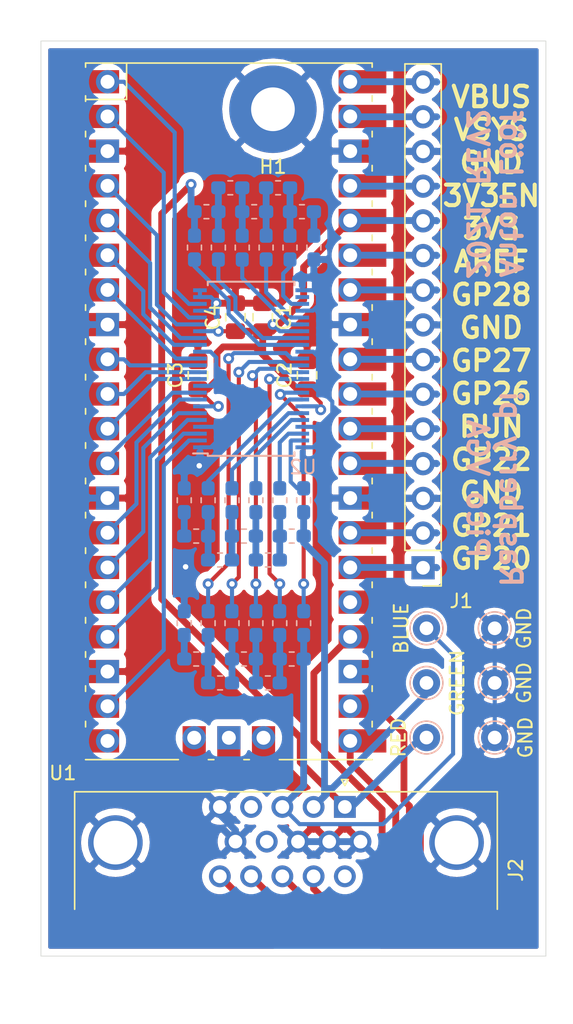
<source format=kicad_pcb>
(kicad_pcb (version 20171130) (host pcbnew "(5.1.5)-3")
  (layers (0 F.Cu signal) (31 B.Cu signal) (34 B.Paste user) (35 F.Paste user) (36 B.SilkS user) (37 F.SilkS user) (38 B.Mask user) (39 F.Mask user) (44 Edge.Cuts user))
  (net 0 "")
  (net 1 "Net-(J1-Pad2)")
  (net 2 GND)
  (net 3 "Net-(J1-Pad4)")
  (net 4 "Net-(J1-Pad6)")
  (net 5 "Net-(J1-Pad7)")
  (net 6 "Net-(J1-Pad9)")
  (net 7 "Net-(J1-Pad10)")
  (net 8 "Net-(J1-Pad12)")
  (net 9 "Net-(J1-Pad14)")
  (net 10 "Net-(J1-Pad15)")
  (net 11 /red)
  (net 12 /green)
  (net 13 /blue)
  (net 14 /vga_data)
  (net 15 /hsync)
  (net 16 /vsync)
  (net 17 /vga_clk)
  (net 18 "Net-(R1-Pad1)")
  (net 19 /gpio0)
  (net 20 "Net-(R2-Pad1)")
  (net 21 /gpio1)
  (net 22 "Net-(R3-Pad1)")
  (net 23 /gpio2)
  (net 24 "Net-(R10-Pad2)")
  (net 25 /gpio3)
  (net 26 "Net-(R10-Pad1)")
  (net 27 /gpio4)
  (net 28 "Net-(R12-Pad1)")
  (net 29 "Net-(R13-Pad1)")
  (net 30 /gpio5)
  (net 31 /gpio6)
  (net 32 "Net-(R14-Pad1)")
  (net 33 /gpio7)
  (net 34 "Net-(R15-Pad1)")
  (net 35 /gpio8)
  (net 36 "Net-(R16-Pad1)")
  (net 37 /gpio9)
  (net 38 "Net-(R23-Pad1)")
  (net 39 "Net-(R24-Pad1)")
  (net 40 /gpio10)
  (net 41 "Net-(R25-Pad1)")
  (net 42 /gpio11)
  (net 43 "Net-(R26-Pad1)")
  (net 44 /gpio12)
  (net 45 "Net-(R27-Pad1)")
  (net 46 /gpio13)
  (net 47 /gpio14)
  (net 48 "Net-(U1-Pad20)")
  (net 49 "Net-(U1-Pad41)")
  (net 50 "Net-(U1-Pad42)")
  (net 51 "Net-(U1-Pad43)")
  (net 52 "Net-(J1-Pad1)")
  (net 53 +3V3)
  (net 54 /g0)
  (net 55 /g1)
  (net 56 /g2)
  (net 57 /g3)
  (net 58 /g4)
  (net 59 /r0)
  (net 60 /r1)
  (net 61 /r2)
  (net 62 /r3)
  (net 63 /r4)
  (net 64 /b0)
  (net 65 /b1)
  (net 66 /b2)
  (net 67 /b3)
  (net 68 /b4)
  (net 69 "Net-(J1-Pad5)")
  (module random_stuff:DSUB-15-HDEX15SNT (layer F.Cu) (at 143.27 120.64)
    (fp_text reference J2 (at 12.53 4.06 90) (layer F.SilkS))
    (fp_text value DB15_Male_HighDensity_MountingHoles)
    (pad 1 thru_hole rect (at 0 -0.56) (size 1.6 1.6) (drill 1) (layers *.Cu *.Mask) (net 11 /red))
    (pad 2 thru_hole circle (at -2.29 -0.56) (size 1.6 1.6) (drill 1) (layers *.Cu *.Mask) (net 12 /green))
    (pad 3 thru_hole circle (at -4.58 -0.56) (size 1.6 1.6) (drill 1) (layers *.Cu *.Mask) (net 13 /blue))
    (pad 4 thru_hole circle (at -6.87 -0.56) (size 1.6 1.6) (drill 1) (layers *.Cu *.Mask))
    (pad 5 thru_hole circle (at -9.16 -0.56) (size 1.6 1.6) (drill 1) (layers *.Cu *.Mask) (net 2 GND))
    (pad 6 thru_hole circle (at 1.145 1.98) (size 1.6 1.6) (drill 1) (layers *.Cu *.Mask) (net 2 GND))
    (pad 7 thru_hole circle (at -1.145 1.98) (size 1.6 1.6) (drill 1) (layers *.Cu *.Mask) (net 2 GND))
    (pad 8 thru_hole circle (at -3.435 1.98) (size 1.6 1.6) (drill 1) (layers *.Cu *.Mask) (net 2 GND))
    (pad 9 thru_hole circle (at -5.725 1.98) (size 1.6 1.6) (drill 1) (layers *.Cu *.Mask))
    (pad 10 thru_hole circle (at -8.015 1.98) (size 1.6 1.6) (drill 1) (layers *.Cu *.Mask) (net 2 GND))
    (pad 11 thru_hole circle (at 0 4.52) (size 1.6 1.6) (drill 1) (layers *.Cu *.Mask))
    (pad 12 thru_hole circle (at -2.29 4.52) (size 1.6 1.6) (drill 1) (layers *.Cu *.Mask) (net 14 /vga_data))
    (pad 13 thru_hole circle (at -4.58 4.52) (size 1.6 1.6) (drill 1) (layers *.Cu *.Mask) (net 15 /hsync))
    (pad 14 thru_hole circle (at -6.87 4.52) (size 1.6 1.6) (drill 1) (layers *.Cu *.Mask) (net 16 /vsync))
    (pad 15 thru_hole circle (at -9.16 4.52) (size 1.6 1.6) (drill 1) (layers *.Cu *.Mask) (net 17 /vga_clk))
    (pad 0 thru_hole circle (at -16.815 2.05) (size 4 4) (drill 3.2) (layers *.Cu *.Mask) (net 2 GND))
    (pad 0 thru_hole circle (at 8.185 2.05) (size 4 4) (drill 3.2) (layers *.Cu *.Mask) (net 2 GND))
  )
  (module MCU_RaspberryPi_and_Boards:RPi_Pico_SMD_TH (layer F.Cu) (at 134.76952 91.1164)
    (fp_text reference U1 (at -12.16952 26.4836) (layer F.SilkS))
    (fp_text value Pico)
    (pad 1 thru_hole oval (at -8.89 -24.13) (size 1.7 1.7) (drill 1.02) (layers *.Cu *.Mask) (net 19 /gpio0))
    (pad 2 thru_hole oval (at -8.89 -21.59) (size 1.7 1.7) (drill 1.02) (layers *.Cu *.Mask) (net 21 /gpio1))
    (pad 3 thru_hole rect (at -8.89 -19.05) (size 1.7 1.7) (drill 1.02) (layers *.Cu *.Mask) (net 2 GND))
    (pad 4 thru_hole oval (at -8.89 -16.51) (size 1.7 1.7) (drill 1.02) (layers *.Cu *.Mask) (net 23 /gpio2))
    (pad 5 thru_hole oval (at -8.89 -13.97) (size 1.7 1.7) (drill 1.02) (layers *.Cu *.Mask) (net 25 /gpio3))
    (pad 6 thru_hole oval (at -8.89 -11.43) (size 1.7 1.7) (drill 1.02) (layers *.Cu *.Mask) (net 27 /gpio4))
    (pad 7 thru_hole oval (at -8.89 -8.89) (size 1.7 1.7) (drill 1.02) (layers *.Cu *.Mask) (net 30 /gpio5))
    (pad 8 thru_hole rect (at -8.89 -6.35) (size 1.7 1.7) (drill 1.02) (layers *.Cu *.Mask) (net 2 GND))
    (pad 9 thru_hole oval (at -8.89 -3.81) (size 1.7 1.7) (drill 1.02) (layers *.Cu *.Mask) (net 31 /gpio6))
    (pad 10 thru_hole oval (at -8.89 -1.27) (size 1.7 1.7) (drill 1.02) (layers *.Cu *.Mask) (net 33 /gpio7))
    (pad 11 thru_hole oval (at -8.89 1.27) (size 1.7 1.7) (drill 1.02) (layers *.Cu *.Mask) (net 35 /gpio8))
    (pad 12 thru_hole oval (at -8.89 3.81) (size 1.7 1.7) (drill 1.02) (layers *.Cu *.Mask) (net 37 /gpio9))
    (pad 13 thru_hole rect (at -8.89 6.35) (size 1.7 1.7) (drill 1.02) (layers *.Cu *.Mask) (net 2 GND))
    (pad 14 thru_hole oval (at -8.89 8.89) (size 1.7 1.7) (drill 1.02) (layers *.Cu *.Mask) (net 40 /gpio10))
    (pad 15 thru_hole oval (at -8.89 11.43) (size 1.7 1.7) (drill 1.02) (layers *.Cu *.Mask) (net 42 /gpio11))
    (pad 16 thru_hole oval (at -8.89 13.97) (size 1.7 1.7) (drill 1.02) (layers *.Cu *.Mask) (net 44 /gpio12))
    (pad 17 thru_hole oval (at -8.89 16.51) (size 1.7 1.7) (drill 1.02) (layers *.Cu *.Mask) (net 46 /gpio13))
    (pad 18 thru_hole rect (at -8.89 19.05) (size 1.7 1.7) (drill 1.02) (layers *.Cu *.Mask) (net 2 GND))
    (pad 19 thru_hole oval (at -8.89 21.59) (size 1.7 1.7) (drill 1.02) (layers *.Cu *.Mask) (net 47 /gpio14))
    (pad 20 thru_hole oval (at -8.89 24.13) (size 1.7 1.7) (drill 1.02) (layers *.Cu *.Mask) (net 48 "Net-(U1-Pad20)"))
    (pad 21 thru_hole oval (at 8.89 24.13) (size 1.7 1.7) (drill 1.02) (layers *.Cu *.Mask) (net 15 /hsync))
    (pad 22 thru_hole oval (at 8.89 21.59) (size 1.7 1.7) (drill 1.02) (layers *.Cu *.Mask) (net 16 /vsync))
    (pad 23 thru_hole rect (at 8.89 19.05) (size 1.7 1.7) (drill 1.02) (layers *.Cu *.Mask) (net 2 GND))
    (pad 24 thru_hole oval (at 8.89 16.51) (size 1.7 1.7) (drill 1.02) (layers *.Cu *.Mask) (net 14 /vga_data))
    (pad 25 thru_hole oval (at 8.89 13.97) (size 1.7 1.7) (drill 1.02) (layers *.Cu *.Mask) (net 17 /vga_clk))
    (pad 26 thru_hole oval (at 8.89 11.43) (size 1.7 1.7) (drill 1.02) (layers *.Cu *.Mask) (net 52 "Net-(J1-Pad1)"))
    (pad 27 thru_hole oval (at 8.89 8.89) (size 1.7 1.7) (drill 1.02) (layers *.Cu *.Mask) (net 1 "Net-(J1-Pad2)"))
    (pad 28 thru_hole rect (at 8.89 6.35) (size 1.7 1.7) (drill 1.02) (layers *.Cu *.Mask) (net 2 GND))
    (pad 29 thru_hole oval (at 8.89 3.81) (size 1.7 1.7) (drill 1.02) (layers *.Cu *.Mask) (net 3 "Net-(J1-Pad4)"))
    (pad 30 thru_hole oval (at 8.89 1.27) (size 1.7 1.7) (drill 1.02) (layers *.Cu *.Mask) (net 69 "Net-(J1-Pad5)"))
    (pad 31 thru_hole oval (at 8.89 -1.27) (size 1.7 1.7) (drill 1.02) (layers *.Cu *.Mask) (net 4 "Net-(J1-Pad6)"))
    (pad 32 thru_hole oval (at 8.89 -3.81) (size 1.7 1.7) (drill 1.02) (layers *.Cu *.Mask) (net 5 "Net-(J1-Pad7)"))
    (pad 33 thru_hole rect (at 8.89 -6.35) (size 1.7 1.7) (drill 1.02) (layers *.Cu *.Mask) (net 2 GND))
    (pad 34 thru_hole oval (at 8.89 -8.89) (size 1.7 1.7) (drill 1.02) (layers *.Cu *.Mask) (net 6 "Net-(J1-Pad9)"))
    (pad 35 thru_hole oval (at 8.89 -11.43) (size 1.7 1.7) (drill 1.02) (layers *.Cu *.Mask) (net 7 "Net-(J1-Pad10)"))
    (pad 36 thru_hole oval (at 8.89 -13.97) (size 1.7 1.7) (drill 1.02) (layers *.Cu *.Mask) (net 53 +3V3))
    (pad 37 thru_hole oval (at 8.89 -16.51) (size 1.7 1.7) (drill 1.02) (layers *.Cu *.Mask) (net 8 "Net-(J1-Pad12)"))
    (pad 38 thru_hole rect (at 8.89 -19.05) (size 1.7 1.7) (drill 1.02) (layers *.Cu *.Mask) (net 2 GND))
    (pad 39 thru_hole oval (at 8.89 -21.59) (size 1.7 1.7) (drill 1.02) (layers *.Cu *.Mask) (net 9 "Net-(J1-Pad14)"))
    (pad 40 thru_hole oval (at 8.89 -24.13) (size 1.7 1.7) (drill 1.02) (layers *.Cu *.Mask) (net 10 "Net-(J1-Pad15)"))
    (pad 1 smd rect (at -8.89 -24.13) (size 3.5 1.7) (drill (offset -0.9 0)) (layers F.Cu F.Mask) (net 19 /gpio0))
    (pad 2 smd rect (at -8.89 -21.59) (size 3.5 1.7) (drill (offset -0.9 0)) (layers F.Cu F.Mask) (net 21 /gpio1))
    (pad 3 smd rect (at -8.89 -19.05) (size 3.5 1.7) (drill (offset -0.9 0)) (layers F.Cu F.Mask) (net 2 GND))
    (pad 4 smd rect (at -8.89 -16.51) (size 3.5 1.7) (drill (offset -0.9 0)) (layers F.Cu F.Mask) (net 23 /gpio2))
    (pad 5 smd rect (at -8.89 -13.97) (size 3.5 1.7) (drill (offset -0.9 0)) (layers F.Cu F.Mask) (net 25 /gpio3))
    (pad 6 smd rect (at -8.89 -11.43) (size 3.5 1.7) (drill (offset -0.9 0)) (layers F.Cu F.Mask) (net 27 /gpio4))
    (pad 7 smd rect (at -8.89 -8.89) (size 3.5 1.7) (drill (offset -0.9 0)) (layers F.Cu F.Mask) (net 30 /gpio5))
    (pad 8 smd rect (at -8.89 -6.35) (size 3.5 1.7) (drill (offset -0.9 0)) (layers F.Cu F.Mask) (net 2 GND))
    (pad 9 smd rect (at -8.89 -3.81) (size 3.5 1.7) (drill (offset -0.9 0)) (layers F.Cu F.Mask) (net 31 /gpio6))
    (pad 10 smd rect (at -8.89 -1.27) (size 3.5 1.7) (drill (offset -0.9 0)) (layers F.Cu F.Mask) (net 33 /gpio7))
    (pad 11 smd rect (at -8.89 1.27) (size 3.5 1.7) (drill (offset -0.9 0)) (layers F.Cu F.Mask) (net 35 /gpio8))
    (pad 12 smd rect (at -8.89 3.81) (size 3.5 1.7) (drill (offset -0.9 0)) (layers F.Cu F.Mask) (net 37 /gpio9))
    (pad 13 smd rect (at -8.89 6.35) (size 3.5 1.7) (drill (offset -0.9 0)) (layers F.Cu F.Mask) (net 2 GND))
    (pad 14 smd rect (at -8.89 8.89) (size 3.5 1.7) (drill (offset -0.9 0)) (layers F.Cu F.Mask) (net 40 /gpio10))
    (pad 15 smd rect (at -8.89 11.43) (size 3.5 1.7) (drill (offset -0.9 0)) (layers F.Cu F.Mask) (net 42 /gpio11))
    (pad 16 smd rect (at -8.89 13.97) (size 3.5 1.7) (drill (offset -0.9 0)) (layers F.Cu F.Mask) (net 44 /gpio12))
    (pad 17 smd rect (at -8.89 16.51) (size 3.5 1.7) (drill (offset -0.9 0)) (layers F.Cu F.Mask) (net 46 /gpio13))
    (pad 18 smd rect (at -8.89 19.05) (size 3.5 1.7) (drill (offset -0.9 0)) (layers F.Cu F.Mask) (net 2 GND))
    (pad 19 smd rect (at -8.89 21.59) (size 3.5 1.7) (drill (offset -0.9 0)) (layers F.Cu F.Mask) (net 47 /gpio14))
    (pad 20 smd rect (at -8.89 24.13) (size 3.5 1.7) (drill (offset -0.9 0)) (layers F.Cu F.Mask) (net 48 "Net-(U1-Pad20)"))
    (pad 40 smd rect (at 8.89 -24.13) (size 3.5 1.7) (drill (offset 0.9 0)) (layers F.Cu F.Mask) (net 10 "Net-(J1-Pad15)"))
    (pad 39 smd rect (at 8.89 -21.59) (size 3.5 1.7) (drill (offset 0.9 0)) (layers F.Cu F.Mask) (net 9 "Net-(J1-Pad14)"))
    (pad 38 smd rect (at 8.89 -19.05) (size 3.5 1.7) (drill (offset 0.9 0)) (layers F.Cu F.Mask) (net 2 GND))
    (pad 37 smd rect (at 8.89 -16.51) (size 3.5 1.7) (drill (offset 0.9 0)) (layers F.Cu F.Mask) (net 8 "Net-(J1-Pad12)"))
    (pad 36 smd rect (at 8.89 -13.97) (size 3.5 1.7) (drill (offset 0.9 0)) (layers F.Cu F.Mask) (net 53 +3V3))
    (pad 35 smd rect (at 8.89 -11.43) (size 3.5 1.7) (drill (offset 0.9 0)) (layers F.Cu F.Mask) (net 7 "Net-(J1-Pad10)"))
    (pad 34 smd rect (at 8.89 -8.89) (size 3.5 1.7) (drill (offset 0.9 0)) (layers F.Cu F.Mask) (net 6 "Net-(J1-Pad9)"))
    (pad 33 smd rect (at 8.89 -6.35) (size 3.5 1.7) (drill (offset 0.9 0)) (layers F.Cu F.Mask) (net 2 GND))
    (pad 32 smd rect (at 8.89 -3.81) (size 3.5 1.7) (drill (offset 0.9 0)) (layers F.Cu F.Mask) (net 5 "Net-(J1-Pad7)"))
    (pad 31 smd rect (at 8.89 -1.27) (size 3.5 1.7) (drill (offset 0.9 0)) (layers F.Cu F.Mask) (net 4 "Net-(J1-Pad6)"))
    (pad 30 smd rect (at 8.89 1.27) (size 3.5 1.7) (drill (offset 0.9 0)) (layers F.Cu F.Mask) (net 69 "Net-(J1-Pad5)"))
    (pad 29 smd rect (at 8.89 3.81) (size 3.5 1.7) (drill (offset 0.9 0)) (layers F.Cu F.Mask) (net 3 "Net-(J1-Pad4)"))
    (pad 28 smd rect (at 8.89 6.35) (size 3.5 1.7) (drill (offset 0.9 0)) (layers F.Cu F.Mask) (net 2 GND))
    (pad 27 smd rect (at 8.89 8.89) (size 3.5 1.7) (drill (offset 0.9 0)) (layers F.Cu F.Mask) (net 1 "Net-(J1-Pad2)"))
    (pad 26 smd rect (at 8.89 11.43) (size 3.5 1.7) (drill (offset 0.9 0)) (layers F.Cu F.Mask) (net 52 "Net-(J1-Pad1)"))
    (pad 25 smd rect (at 8.89 13.97) (size 3.5 1.7) (drill (offset 0.9 0)) (layers F.Cu F.Mask) (net 17 /vga_clk))
    (pad 24 smd rect (at 8.89 16.51) (size 3.5 1.7) (drill (offset 0.9 0)) (layers F.Cu F.Mask) (net 14 /vga_data))
    (pad 23 smd rect (at 8.89 19.05) (size 3.5 1.7) (drill (offset 0.9 0)) (layers F.Cu F.Mask) (net 2 GND))
    (pad 22 smd rect (at 8.89 21.59) (size 3.5 1.7) (drill (offset 0.9 0)) (layers F.Cu F.Mask) (net 16 /vsync))
    (pad 21 smd rect (at 8.89 24.13) (size 3.5 1.7) (drill (offset 0.9 0)) (layers F.Cu F.Mask) (net 15 /hsync))
    (pad 41 smd rect (at -2.54 23.9 90) (size 3.5 1.7) (drill (offset -0.9 0)) (layers F.Cu F.Mask) (net 49 "Net-(U1-Pad41)"))
    (pad 41 thru_hole oval (at -2.54 23.9) (size 1.7 1.7) (drill 1.02) (layers *.Cu *.Mask) (net 49 "Net-(U1-Pad41)"))
    (pad 42 smd rect (at 0 23.9 90) (size 3.5 1.7) (drill (offset -0.9 0)) (layers F.Cu F.Mask) (net 50 "Net-(U1-Pad42)"))
    (pad 42 thru_hole rect (at 0 23.9) (size 1.7 1.7) (drill 1.02) (layers *.Cu *.Mask) (net 50 "Net-(U1-Pad42)"))
    (pad 43 smd rect (at 2.54 23.9 90) (size 3.5 1.7) (drill (offset -0.9 0)) (layers F.Cu F.Mask) (net 51 "Net-(U1-Pad43)"))
    (pad 43 thru_hole oval (at 2.54 23.9) (size 1.7 1.7) (drill 1.02) (layers *.Cu *.Mask) (net 51 "Net-(U1-Pad43)"))
  )
  (module MountingHole:MountingHole_3.2mm_M3_Pad (layer F.Cu) (at 138 69 180)
    (fp_text reference H1 (at 0 -4.2) (layer F.SilkS))
    (fp_text value MountingHole_Pad)
    (pad 1 thru_hole circle (at 0 0 180) (size 6.4 6.4) (drill 3.2) (layers *.Cu *.Mask) (net 2 GND))
  )
  (module TestPoint:TestPoint_THTPad_D2.0mm_Drill1.0mm (layer B.Cu) (at 154.25 115)
    (fp_text reference GND (at 2.25 0 90) (layer F.SilkS))
    (fp_text value TestPoint)
    (pad 1 thru_hole circle (at 0 0) (size 2 2) (drill 1) (layers *.Cu *.Mask) (net 2 GND))
  )
  (module TestPoint:TestPoint_THTPad_D2.0mm_Drill1.0mm (layer B.Cu) (at 154.25 111)
    (fp_text reference GND (at 2.15 0 90) (layer F.SilkS))
    (fp_text value TestPoint)
    (pad 1 thru_hole circle (at 0 0) (size 2 2) (drill 1) (layers *.Cu *.Mask) (net 2 GND))
  )
  (module TestPoint:TestPoint_THTPad_D2.0mm_Drill1.0mm (layer B.Cu) (at 154.25 107 90)
    (fp_text reference GND (at 0 2.15 270) (layer F.SilkS))
    (fp_text value TestPoint)
    (pad 1 thru_hole circle (at 0 0 90) (size 2 2) (drill 1) (layers *.Cu *.Mask) (net 2 GND))
  )
  (module TestPoint:TestPoint_THTPad_D2.0mm_Drill1.0mm (layer B.Cu) (at 149.25 107 90)
    (fp_text reference BLUE (at 0 -1.85 270) (layer F.SilkS))
    (fp_text value TestPoint)
    (pad 1 thru_hole circle (at 0 0 90) (size 2 2) (drill 1) (layers *.Cu *.Mask) (net 13 /blue))
  )
  (module TestPoint:TestPoint_THTPad_D2.0mm_Drill1.0mm (layer B.Cu) (at 149.25 111)
    (fp_text reference GREEN (at 2.25 0 90) (layer F.SilkS))
    (fp_text value TestPoint)
    (pad 1 thru_hole circle (at 0 0) (size 2 2) (drill 1) (layers *.Cu *.Mask) (net 12 /green))
  )
  (module TestPoint:TestPoint_THTPad_D2.0mm_Drill1.0mm (layer B.Cu) (at 149.25 115)
    (fp_text reference RED (at -2.05 0 90) (layer F.SilkS))
    (fp_text value TestPoint)
    (pad 1 thru_hole circle (at 0 0) (size 2 2) (drill 1) (layers *.Cu *.Mask) (net 11 /red))
  )
  (module Capacitor_SMD:C_0805_2012Metric_Pad1.15x1.40mm_HandSolder (layer F.Cu) (at 137.25 84.225 90)
    (fp_text reference C1 (at 0 1.55 90) (layer F.SilkS))
    (fp_text value 100n)
    (pad 1 smd roundrect (at -1.025 0 90) (size 1.15 1.4) (layers F.Cu F.Paste F.Mask) (roundrect_rratio 0.217391) (net 53 +3V3))
    (pad 2 smd roundrect (at 1.025 0 90) (size 1.15 1.4) (layers F.Cu F.Paste F.Mask) (roundrect_rratio 0.217391) (net 2 GND))
  )
  (module Connector_PinHeader_2.54mm:PinHeader_1x15_P2.54mm_Vertical (layer F.Cu) (at 149 102.57 180)
    (fp_text reference J1 (at -2.8 -2.43) (layer F.SilkS))
    (fp_text value Conn_01x15)
    (pad 1 thru_hole rect (at 0 0 180) (size 1.7 1.7) (drill 1) (layers *.Cu *.Mask) (net 52 "Net-(J1-Pad1)"))
    (pad 2 thru_hole oval (at 0 2.54 180) (size 1.7 1.7) (drill 1) (layers *.Cu *.Mask) (net 1 "Net-(J1-Pad2)"))
    (pad 3 thru_hole oval (at 0 5.08 180) (size 1.7 1.7) (drill 1) (layers *.Cu *.Mask) (net 2 GND))
    (pad 4 thru_hole oval (at 0 7.62 180) (size 1.7 1.7) (drill 1) (layers *.Cu *.Mask) (net 3 "Net-(J1-Pad4)"))
    (pad 5 thru_hole oval (at 0 10.16 180) (size 1.7 1.7) (drill 1) (layers *.Cu *.Mask) (net 69 "Net-(J1-Pad5)"))
    (pad 6 thru_hole oval (at 0 12.7 180) (size 1.7 1.7) (drill 1) (layers *.Cu *.Mask) (net 4 "Net-(J1-Pad6)"))
    (pad 7 thru_hole oval (at 0 15.24 180) (size 1.7 1.7) (drill 1) (layers *.Cu *.Mask) (net 5 "Net-(J1-Pad7)"))
    (pad 8 thru_hole oval (at 0 17.78 180) (size 1.7 1.7) (drill 1) (layers *.Cu *.Mask) (net 2 GND))
    (pad 9 thru_hole oval (at 0 20.32 180) (size 1.7 1.7) (drill 1) (layers *.Cu *.Mask) (net 6 "Net-(J1-Pad9)"))
    (pad 10 thru_hole oval (at 0 22.86 180) (size 1.7 1.7) (drill 1) (layers *.Cu *.Mask) (net 7 "Net-(J1-Pad10)"))
    (pad 11 thru_hole oval (at 0 25.4 180) (size 1.7 1.7) (drill 1) (layers *.Cu *.Mask) (net 53 +3V3))
    (pad 12 thru_hole oval (at 0 27.94 180) (size 1.7 1.7) (drill 1) (layers *.Cu *.Mask) (net 8 "Net-(J1-Pad12)"))
    (pad 13 thru_hole oval (at 0 30.48 180) (size 1.7 1.7) (drill 1) (layers *.Cu *.Mask) (net 2 GND))
    (pad 14 thru_hole oval (at 0 33.02 180) (size 1.7 1.7) (drill 1) (layers *.Cu *.Mask) (net 9 "Net-(J1-Pad14)"))
    (pad 15 thru_hole oval (at 0 35.56 180) (size 1.7 1.7) (drill 1) (layers *.Cu *.Mask) (net 10 "Net-(J1-Pad15)"))
  )
  (module Resistor_SMD:R_0603_1608Metric_Pad1.05x0.95mm_HandSolder (layer B.Cu) (at 131.5 97.625 90)
    (fp_text reference R1)
    (fp_text value 536)
    (pad 1 smd roundrect (at -0.875 0 90) (size 1.05 0.95) (layers B.Cu B.Paste B.Mask) (net 18 "Net-(R1-Pad1)"))
    (pad 2 smd roundrect (at 0.875 0 90) (size 1.05 0.95) (layers B.Cu B.Paste B.Mask) (net 2 GND))
  )
  (module Resistor_SMD:R_0603_1608Metric_Pad1.05x0.95mm_HandSolder (layer B.Cu) (at 133.25 97.625 90)
    (fp_text reference R2)
    (fp_text value 536)
    (pad 2 smd roundrect (at 0.875 0 90) (size 1.05 0.95) (layers B.Cu B.Paste B.Mask) (net 54 /g0))
    (pad 1 smd roundrect (at -0.875 0 90) (size 1.05 0.95) (layers B.Cu B.Paste B.Mask) (net 20 "Net-(R2-Pad1)"))
  )
  (module Resistor_SMD:R_0603_1608Metric_Pad1.05x0.95mm_HandSolder (layer B.Cu) (at 135 97.625 90)
    (fp_text reference R3)
    (fp_text value 536)
    (pad 2 smd roundrect (at 0.875 0 90) (size 1.05 0.95) (layers B.Cu B.Paste B.Mask) (net 55 /g1))
    (pad 1 smd roundrect (at -0.875 0 90) (size 1.05 0.95) (layers B.Cu B.Paste B.Mask) (net 22 "Net-(R3-Pad1)"))
  )
  (module Resistor_SMD:R_0603_1608Metric_Pad1.05x0.95mm_HandSolder (layer B.Cu) (at 136.75 97.625 90)
    (fp_text reference R4)
    (fp_text value 536)
    (pad 2 smd roundrect (at 0.875 0 90) (size 1.05 0.95) (layers B.Cu B.Paste B.Mask) (net 56 /g2))
    (pad 1 smd roundrect (at -0.875 0 90) (size 1.05 0.95) (layers B.Cu B.Paste B.Mask) (net 24 "Net-(R10-Pad2)"))
  )
  (module Resistor_SMD:R_0603_1608Metric_Pad1.05x0.95mm_HandSolder (layer B.Cu) (at 138.5 97.625 90)
    (fp_text reference R5)
    (fp_text value 536)
    (pad 2 smd roundrect (at 0.875 0 90) (size 1.05 0.95) (layers B.Cu B.Paste B.Mask) (net 57 /g3))
    (pad 1 smd roundrect (at -0.875 0 90) (size 1.05 0.95) (layers B.Cu B.Paste B.Mask) (net 26 "Net-(R10-Pad1)"))
  )
  (module Resistor_SMD:R_0603_1608Metric_Pad1.05x0.95mm_HandSolder (layer B.Cu) (at 140.25 97.625 90)
    (fp_text reference R6)
    (fp_text value 536)
    (pad 2 smd roundrect (at 0.875 0 90) (size 1.05 0.95) (layers B.Cu B.Paste B.Mask) (net 58 /g4))
    (pad 1 smd roundrect (at -0.875 0 90) (size 1.05 0.95) (layers B.Cu B.Paste B.Mask) (net 12 /green))
  )
  (module Resistor_SMD:R_0603_1608Metric_Pad1.05x0.95mm_HandSolder (layer B.Cu) (at 132.375 100.25 180)
    (fp_text reference R7)
    (fp_text value 270)
    (pad 2 smd roundrect (at 0.875 0 180) (size 1.05 0.95) (layers B.Cu B.Paste B.Mask) (net 18 "Net-(R1-Pad1)"))
    (pad 1 smd roundrect (at -0.875 0 180) (size 1.05 0.95) (layers B.Cu B.Paste B.Mask) (net 20 "Net-(R2-Pad1)"))
  )
  (module Resistor_SMD:R_0603_1608Metric_Pad1.05x0.95mm_HandSolder (layer B.Cu) (at 134.125 102 180)
    (fp_text reference R8)
    (fp_text value 270)
    (pad 1 smd roundrect (at -0.875 0 180) (size 1.05 0.95) (layers B.Cu B.Paste B.Mask) (net 22 "Net-(R3-Pad1)"))
    (pad 2 smd roundrect (at 0.875 0 180) (size 1.05 0.95) (layers B.Cu B.Paste B.Mask) (net 20 "Net-(R2-Pad1)"))
  )
  (module Resistor_SMD:R_0603_1608Metric_Pad1.05x0.95mm_HandSolder (layer B.Cu) (at 135.875 100.25 180)
    (fp_text reference R9)
    (fp_text value 270)
    (pad 1 smd roundrect (at -0.875 0 180) (size 1.05 0.95) (layers B.Cu B.Paste B.Mask) (net 24 "Net-(R10-Pad2)"))
    (pad 2 smd roundrect (at 0.875 0 180) (size 1.05 0.95) (layers B.Cu B.Paste B.Mask) (net 22 "Net-(R3-Pad1)"))
  )
  (module Resistor_SMD:R_0603_1608Metric_Pad1.05x0.95mm_HandSolder (layer B.Cu) (at 137.625 102 180)
    (fp_text reference R10)
    (fp_text value 270)
    (pad 1 smd roundrect (at -0.875 0 180) (size 1.05 0.95) (layers B.Cu B.Paste B.Mask) (net 26 "Net-(R10-Pad1)"))
    (pad 2 smd roundrect (at 0.875 0 180) (size 1.05 0.95) (layers B.Cu B.Paste B.Mask) (net 24 "Net-(R10-Pad2)"))
  )
  (module Resistor_SMD:R_0603_1608Metric_Pad1.05x0.95mm_HandSolder (layer B.Cu) (at 139.375 100.25 180)
    (fp_text reference R11)
    (fp_text value 270)
    (pad 1 smd roundrect (at -0.875 0 180) (size 1.05 0.95) (layers B.Cu B.Paste B.Mask) (net 12 /green))
    (pad 2 smd roundrect (at 0.875 0 180) (size 1.05 0.95) (layers B.Cu B.Paste B.Mask) (net 26 "Net-(R10-Pad1)"))
  )
  (module Resistor_SMD:R_0603_1608Metric_Pad1.05x0.95mm_HandSolder (layer B.Cu) (at 141 79.125 270)
    (fp_text reference R12)
    (fp_text value 536)
    (pad 1 smd roundrect (at -0.875 0 270) (size 1.05 0.95) (layers B.Cu B.Paste B.Mask) (net 28 "Net-(R12-Pad1)"))
    (pad 2 smd roundrect (at 0.875 0 270) (size 1.05 0.95) (layers B.Cu B.Paste B.Mask) (net 2 GND))
  )
  (module Resistor_SMD:R_0603_1608Metric_Pad1.05x0.95mm_HandSolder (layer B.Cu) (at 139.25 79.125 270)
    (fp_text reference R13)
    (fp_text value 536)
    (pad 1 smd roundrect (at -0.875 0 270) (size 1.05 0.95) (layers B.Cu B.Paste B.Mask) (net 29 "Net-(R13-Pad1)"))
    (pad 2 smd roundrect (at 0.875 0 270) (size 1.05 0.95) (layers B.Cu B.Paste B.Mask) (net 59 /r0))
  )
  (module Resistor_SMD:R_0603_1608Metric_Pad1.05x0.95mm_HandSolder (layer B.Cu) (at 137.5 79.125 270)
    (fp_text reference R14)
    (fp_text value 536)
    (pad 2 smd roundrect (at 0.875 0 270) (size 1.05 0.95) (layers B.Cu B.Paste B.Mask) (net 60 /r1))
    (pad 1 smd roundrect (at -0.875 0 270) (size 1.05 0.95) (layers B.Cu B.Paste B.Mask) (net 32 "Net-(R14-Pad1)"))
  )
  (module Resistor_SMD:R_0603_1608Metric_Pad1.05x0.95mm_HandSolder (layer B.Cu) (at 135.75 79.125 270)
    (fp_text reference R15)
    (fp_text value 536)
    (pad 2 smd roundrect (at 0.875 0 270) (size 1.05 0.95) (layers B.Cu B.Paste B.Mask) (net 61 /r2))
    (pad 1 smd roundrect (at -0.875 0 270) (size 1.05 0.95) (layers B.Cu B.Paste B.Mask) (net 34 "Net-(R15-Pad1)"))
  )
  (module Resistor_SMD:R_0603_1608Metric_Pad1.05x0.95mm_HandSolder (layer B.Cu) (at 134 79.125 270)
    (fp_text reference R16)
    (fp_text value 536)
    (pad 2 smd roundrect (at 0.875 0 270) (size 1.05 0.95) (layers B.Cu B.Paste B.Mask) (net 62 /r3))
    (pad 1 smd roundrect (at -0.875 0 270) (size 1.05 0.95) (layers B.Cu B.Paste B.Mask) (net 36 "Net-(R16-Pad1)"))
  )
  (module Resistor_SMD:R_0603_1608Metric_Pad1.05x0.95mm_HandSolder (layer B.Cu) (at 132.25 79.125 270)
    (fp_text reference R17)
    (fp_text value 536)
    (pad 2 smd roundrect (at 0.875 0 270) (size 1.05 0.95) (layers B.Cu B.Paste B.Mask) (net 63 /r4))
    (pad 1 smd roundrect (at -0.875 0 270) (size 1.05 0.95) (layers B.Cu B.Paste B.Mask) (net 11 /red))
  )
  (module Resistor_SMD:R_0603_1608Metric_Pad1.05x0.95mm_HandSolder (layer B.Cu) (at 140.125 76.5)
    (fp_text reference R18)
    (fp_text value 270)
    (pad 2 smd roundrect (at 0.875 0) (size 1.05 0.95) (layers B.Cu B.Paste B.Mask) (net 28 "Net-(R12-Pad1)"))
    (pad 1 smd roundrect (at -0.875 0) (size 1.05 0.95) (layers B.Cu B.Paste B.Mask) (net 29 "Net-(R13-Pad1)"))
  )
  (module Resistor_SMD:R_0603_1608Metric_Pad1.05x0.95mm_HandSolder (layer B.Cu) (at 138.375 74.75)
    (fp_text reference R19)
    (fp_text value 270)
    (pad 2 smd roundrect (at 0.875 0) (size 1.05 0.95) (layers B.Cu B.Paste B.Mask) (net 29 "Net-(R13-Pad1)"))
    (pad 1 smd roundrect (at -0.875 0) (size 1.05 0.95) (layers B.Cu B.Paste B.Mask) (net 32 "Net-(R14-Pad1)"))
  )
  (module Resistor_SMD:R_0603_1608Metric_Pad1.05x0.95mm_HandSolder (layer B.Cu) (at 136.625 76.5)
    (fp_text reference R20)
    (fp_text value 270)
    (pad 1 smd roundrect (at -0.875 0) (size 1.05 0.95) (layers B.Cu B.Paste B.Mask) (net 34 "Net-(R15-Pad1)"))
    (pad 2 smd roundrect (at 0.875 0) (size 1.05 0.95) (layers B.Cu B.Paste B.Mask) (net 32 "Net-(R14-Pad1)"))
  )
  (module Resistor_SMD:R_0603_1608Metric_Pad1.05x0.95mm_HandSolder (layer B.Cu) (at 134.875 74.75)
    (fp_text reference R21)
    (fp_text value 270)
    (pad 1 smd roundrect (at -0.875 0) (size 1.05 0.95) (layers B.Cu B.Paste B.Mask) (net 36 "Net-(R16-Pad1)"))
    (pad 2 smd roundrect (at 0.875 0) (size 1.05 0.95) (layers B.Cu B.Paste B.Mask) (net 34 "Net-(R15-Pad1)"))
  )
  (module Resistor_SMD:R_0603_1608Metric_Pad1.05x0.95mm_HandSolder (layer B.Cu) (at 133.125 76.5)
    (fp_text reference R22)
    (fp_text value 270)
    (pad 1 smd roundrect (at -0.875 0) (size 1.05 0.95) (layers B.Cu B.Paste B.Mask) (net 11 /red))
    (pad 2 smd roundrect (at 0.875 0) (size 1.05 0.95) (layers B.Cu B.Paste B.Mask) (net 36 "Net-(R16-Pad1)"))
  )
  (module Resistor_SMD:R_0603_1608Metric_Pad1.05x0.95mm_HandSolder (layer B.Cu) (at 131.5 106.625 90)
    (fp_text reference R23)
    (fp_text value 536)
    (pad 1 smd roundrect (at -0.875 0 90) (size 1.05 0.95) (layers B.Cu B.Paste B.Mask) (net 38 "Net-(R23-Pad1)"))
    (pad 2 smd roundrect (at 0.875 0 90) (size 1.05 0.95) (layers B.Cu B.Paste B.Mask) (net 2 GND))
  )
  (module Resistor_SMD:R_0603_1608Metric_Pad1.05x0.95mm_HandSolder (layer B.Cu) (at 133.25 106.625 90)
    (fp_text reference R24)
    (fp_text value 536)
    (pad 1 smd roundrect (at -0.875 0 90) (size 1.05 0.95) (layers B.Cu B.Paste B.Mask) (net 39 "Net-(R24-Pad1)"))
    (pad 2 smd roundrect (at 0.875 0 90) (size 1.05 0.95) (layers B.Cu B.Paste B.Mask) (net 64 /b0))
  )
  (module Resistor_SMD:R_0603_1608Metric_Pad1.05x0.95mm_HandSolder (layer B.Cu) (at 135 106.625 90)
    (fp_text reference R25)
    (fp_text value 536)
    (pad 1 smd roundrect (at -0.875 0 90) (size 1.05 0.95) (layers B.Cu B.Paste B.Mask) (net 41 "Net-(R25-Pad1)"))
    (pad 2 smd roundrect (at 0.875 0 90) (size 1.05 0.95) (layers B.Cu B.Paste B.Mask) (net 65 /b1))
  )
  (module Resistor_SMD:R_0603_1608Metric_Pad1.05x0.95mm_HandSolder (layer B.Cu) (at 136.75 106.625 90)
    (fp_text reference R26)
    (fp_text value 536)
    (pad 1 smd roundrect (at -0.875 0 90) (size 1.05 0.95) (layers B.Cu B.Paste B.Mask) (net 43 "Net-(R26-Pad1)"))
    (pad 2 smd roundrect (at 0.875 0 90) (size 1.05 0.95) (layers B.Cu B.Paste B.Mask) (net 66 /b2))
  )
  (module Resistor_SMD:R_0603_1608Metric_Pad1.05x0.95mm_HandSolder (layer B.Cu) (at 138.5 106.625 90)
    (fp_text reference R27)
    (fp_text value 536)
    (pad 1 smd roundrect (at -0.875 0 90) (size 1.05 0.95) (layers B.Cu B.Paste B.Mask) (net 45 "Net-(R27-Pad1)"))
    (pad 2 smd roundrect (at 0.875 0 90) (size 1.05 0.95) (layers B.Cu B.Paste B.Mask) (net 67 /b3))
  )
  (module Resistor_SMD:R_0603_1608Metric_Pad1.05x0.95mm_HandSolder (layer B.Cu) (at 140.25 106.625 90)
    (fp_text reference R28)
    (fp_text value 536)
    (pad 1 smd roundrect (at -0.875 0 90) (size 1.05 0.95) (layers B.Cu B.Paste B.Mask) (net 13 /blue))
    (pad 2 smd roundrect (at 0.875 0 90) (size 1.05 0.95) (layers B.Cu B.Paste B.Mask) (net 68 /b4))
  )
  (module Resistor_SMD:R_0603_1608Metric_Pad1.05x0.95mm_HandSolder (layer B.Cu) (at 132.375 109.25 180)
    (fp_text reference R29)
    (fp_text value 270)
    (pad 2 smd roundrect (at 0.875 0 180) (size 1.05 0.95) (layers B.Cu B.Paste B.Mask) (net 38 "Net-(R23-Pad1)"))
    (pad 1 smd roundrect (at -0.875 0 180) (size 1.05 0.95) (layers B.Cu B.Paste B.Mask) (net 39 "Net-(R24-Pad1)"))
  )
  (module Resistor_SMD:R_0603_1608Metric_Pad1.05x0.95mm_HandSolder (layer B.Cu) (at 134.125 111 180)
    (fp_text reference R30)
    (fp_text value 270)
    (pad 1 smd roundrect (at -0.875 0 180) (size 1.05 0.95) (layers B.Cu B.Paste B.Mask) (net 41 "Net-(R25-Pad1)"))
    (pad 2 smd roundrect (at 0.875 0 180) (size 1.05 0.95) (layers B.Cu B.Paste B.Mask) (net 39 "Net-(R24-Pad1)"))
  )
  (module Resistor_SMD:R_0603_1608Metric_Pad1.05x0.95mm_HandSolder (layer B.Cu) (at 135.875 109.25 180)
    (fp_text reference R31)
    (fp_text value 270)
    (pad 2 smd roundrect (at 0.875 0 180) (size 1.05 0.95) (layers B.Cu B.Paste B.Mask) (net 41 "Net-(R25-Pad1)"))
    (pad 1 smd roundrect (at -0.875 0 180) (size 1.05 0.95) (layers B.Cu B.Paste B.Mask) (net 43 "Net-(R26-Pad1)"))
  )
  (module Resistor_SMD:R_0603_1608Metric_Pad1.05x0.95mm_HandSolder (layer B.Cu) (at 137.625 111 180)
    (fp_text reference R32)
    (fp_text value 270)
    (pad 2 smd roundrect (at 0.875 0 180) (size 1.05 0.95) (layers B.Cu B.Paste B.Mask) (net 43 "Net-(R26-Pad1)"))
    (pad 1 smd roundrect (at -0.875 0 180) (size 1.05 0.95) (layers B.Cu B.Paste B.Mask) (net 45 "Net-(R27-Pad1)"))
  )
  (module Resistor_SMD:R_0603_1608Metric_Pad1.05x0.95mm_HandSolder (layer B.Cu) (at 139.375 109.25 180)
    (fp_text reference R33)
    (fp_text value 270)
    (pad 2 smd roundrect (at 0.875 0 180) (size 1.05 0.95) (layers B.Cu B.Paste B.Mask) (net 45 "Net-(R27-Pad1)"))
    (pad 1 smd roundrect (at -0.875 0 180) (size 1.05 0.95) (layers B.Cu B.Paste B.Mask) (net 13 /blue))
  )
  (module Capacitor_SMD:C_0805_2012Metric_Pad1.15x1.40mm_HandSolder (layer F.Cu) (at 140.5 88.475 90)
    (fp_text reference C2 (at 0 -1.65 90) (layer F.SilkS))
    (fp_text value 100n)
    (pad 2 smd roundrect (at 1.025 0 90) (size 1.15 1.4) (layers F.Cu F.Paste F.Mask) (roundrect_rratio 0.217391) (net 2 GND))
    (pad 1 smd roundrect (at -1.025 0 90) (size 1.15 1.4) (layers F.Cu F.Paste F.Mask) (roundrect_rratio 0.217391) (net 53 +3V3))
  )
  (module Capacitor_SMD:C_0805_2012Metric_Pad1.15x1.40mm_HandSolder (layer F.Cu) (at 132.5 88.475 90)
    (fp_text reference C3 (at 0 -1.65 90) (layer F.SilkS))
    (fp_text value 100n)
    (pad 1 smd roundrect (at -1.025 0 90) (size 1.15 1.4) (layers F.Cu F.Paste F.Mask) (roundrect_rratio 0.217391) (net 53 +3V3))
    (pad 2 smd roundrect (at 1.025 0 90) (size 1.15 1.4) (layers F.Cu F.Paste F.Mask) (roundrect_rratio 0.217391) (net 2 GND))
  )
  (module Capacitor_SMD:C_0805_2012Metric_Pad1.15x1.40mm_HandSolder (layer F.Cu) (at 135.25 84.225 90)
    (fp_text reference C4 (at 0 -1.65 90) (layer F.SilkS))
    (fp_text value 100n)
    (pad 2 smd roundrect (at 1.025 0 90) (size 1.15 1.4) (layers F.Cu F.Paste F.Mask) (roundrect_rratio 0.217391) (net 2 GND))
    (pad 1 smd roundrect (at -1.025 0 90) (size 1.15 1.4) (layers F.Cu F.Paste F.Mask) (roundrect_rratio 0.217391) (net 53 +3V3))
  )
  (module Package_SO:TSSOP-48_6.1x12.5mm_P0.5mm (layer B.Cu) (at 136.4 88)
    (fp_text reference U2 (at 3.8 7.2) (layer B.SilkS) (effects (justify mirror)))
    (fp_text value 74LVC162244ADGVJ)
    (pad 1 smd rect (at -3.75 5.75) (size 1 0.285) (layers B.Cu B.Paste B.Mask) (net 2 GND))
    (pad 2 smd rect (at -3.75 5.25) (size 1 0.285) (layers B.Cu B.Paste B.Mask) (net 47 /gpio14))
    (pad 3 smd rect (at -3.75 4.75) (size 1 0.285) (layers B.Cu B.Paste B.Mask) (net 46 /gpio13))
    (pad 4 smd rect (at -3.75 4.25) (size 1 0.285) (layers B.Cu B.Paste B.Mask) (net 2 GND))
    (pad 5 smd rect (at -3.75 3.75) (size 1 0.285) (layers B.Cu B.Paste B.Mask) (net 44 /gpio12))
    (pad 6 smd rect (at -3.75 3.25) (size 1 0.285) (layers B.Cu B.Paste B.Mask) (net 42 /gpio11))
    (pad 7 smd rect (at -3.75 2.75) (size 1 0.285) (layers B.Cu B.Paste B.Mask) (net 53 +3V3))
    (pad 8 smd rect (at -3.75 2.25) (size 1 0.285) (layers B.Cu B.Paste B.Mask) (net 40 /gpio10))
    (pad 9 smd rect (at -3.75 1.75) (size 1 0.285) (layers B.Cu B.Paste B.Mask) (net 37 /gpio9))
    (pad 10 smd rect (at -3.75 1.25) (size 1 0.285) (layers B.Cu B.Paste B.Mask) (net 2 GND))
    (pad 11 smd rect (at -3.75 0.75) (size 1 0.285) (layers B.Cu B.Paste B.Mask) (net 35 /gpio8))
    (pad 12 smd rect (at -3.75 0.25) (size 1 0.285) (layers B.Cu B.Paste B.Mask) (net 33 /gpio7))
    (pad 13 smd rect (at -3.75 -0.25) (size 1 0.285) (layers B.Cu B.Paste B.Mask) (net 31 /gpio6))
    (pad 14 smd rect (at -3.75 -0.75) (size 1 0.285) (layers B.Cu B.Paste B.Mask) (net 30 /gpio5))
    (pad 15 smd rect (at -3.75 -1.25) (size 1 0.285) (layers B.Cu B.Paste B.Mask) (net 2 GND))
    (pad 16 smd rect (at -3.75 -1.75) (size 1 0.285) (layers B.Cu B.Paste B.Mask) (net 27 /gpio4))
    (pad 17 smd rect (at -3.75 -2.25) (size 1 0.285) (layers B.Cu B.Paste B.Mask) (net 25 /gpio3))
    (pad 18 smd rect (at -3.75 -2.75) (size 1 0.285) (layers B.Cu B.Paste B.Mask) (net 53 +3V3))
    (pad 19 smd rect (at -3.75 -3.25) (size 1 0.285) (layers B.Cu B.Paste B.Mask) (net 23 /gpio2))
    (pad 20 smd rect (at -3.75 -3.75) (size 1 0.285) (layers B.Cu B.Paste B.Mask) (net 21 /gpio1))
    (pad 21 smd rect (at -3.75 -4.25) (size 1 0.285) (layers B.Cu B.Paste B.Mask) (net 2 GND))
    (pad 22 smd rect (at -3.75 -4.75) (size 1 0.285) (layers B.Cu B.Paste B.Mask) (net 19 /gpio0))
    (pad 23 smd rect (at -3.75 -5.25) (size 1 0.285) (layers B.Cu B.Paste B.Mask) (net 2 GND))
    (pad 24 smd rect (at -3.75 -5.75) (size 1 0.285) (layers B.Cu B.Paste B.Mask) (net 2 GND))
    (pad 25 smd rect (at 3.75 -5.75) (size 1 0.285) (layers B.Cu B.Paste B.Mask) (net 2 GND))
    (pad 26 smd rect (at 3.75 -5.25) (size 1 0.285) (layers B.Cu B.Paste B.Mask))
    (pad 27 smd rect (at 3.75 -4.75) (size 1 0.285) (layers B.Cu B.Paste B.Mask) (net 59 /r0))
    (pad 28 smd rect (at 3.75 -4.25) (size 1 0.285) (layers B.Cu B.Paste B.Mask) (net 2 GND))
    (pad 29 smd rect (at 3.75 -3.75) (size 1 0.285) (layers B.Cu B.Paste B.Mask) (net 60 /r1))
    (pad 30 smd rect (at 3.75 -3.25) (size 1 0.285) (layers B.Cu B.Paste B.Mask) (net 61 /r2))
    (pad 31 smd rect (at 3.75 -2.75) (size 1 0.285) (layers B.Cu B.Paste B.Mask) (net 53 +3V3))
    (pad 32 smd rect (at 3.75 -2.25) (size 1 0.285) (layers B.Cu B.Paste B.Mask) (net 62 /r3))
    (pad 33 smd rect (at 3.75 -1.75) (size 1 0.285) (layers B.Cu B.Paste B.Mask) (net 63 /r4))
    (pad 34 smd rect (at 3.75 -1.25) (size 1 0.285) (layers B.Cu B.Paste B.Mask) (net 2 GND))
    (pad 35 smd rect (at 3.75 -0.75) (size 1 0.285) (layers B.Cu B.Paste B.Mask) (net 64 /b0))
    (pad 36 smd rect (at 3.75 -0.25) (size 1 0.285) (layers B.Cu B.Paste B.Mask) (net 65 /b1))
    (pad 37 smd rect (at 3.75 0.25) (size 1 0.285) (layers B.Cu B.Paste B.Mask) (net 66 /b2))
    (pad 38 smd rect (at 3.75 0.75) (size 1 0.285) (layers B.Cu B.Paste B.Mask) (net 67 /b3))
    (pad 39 smd rect (at 3.75 1.25) (size 1 0.285) (layers B.Cu B.Paste B.Mask) (net 2 GND))
    (pad 40 smd rect (at 3.75 1.75) (size 1 0.285) (layers B.Cu B.Paste B.Mask) (net 68 /b4))
    (pad 41 smd rect (at 3.75 2.25) (size 1 0.285) (layers B.Cu B.Paste B.Mask) (net 54 /g0))
    (pad 42 smd rect (at 3.75 2.75) (size 1 0.285) (layers B.Cu B.Paste B.Mask) (net 53 +3V3))
    (pad 43 smd rect (at 3.75 3.25) (size 1 0.285) (layers B.Cu B.Paste B.Mask) (net 55 /g1))
    (pad 44 smd rect (at 3.75 3.75) (size 1 0.285) (layers B.Cu B.Paste B.Mask) (net 56 /g2))
    (pad 45 smd rect (at 3.75 4.25) (size 1 0.285) (layers B.Cu B.Paste B.Mask) (net 2 GND))
    (pad 46 smd rect (at 3.75 4.75) (size 1 0.285) (layers B.Cu B.Paste B.Mask) (net 57 /g3))
    (pad 47 smd rect (at 3.75 5.25) (size 1 0.285) (layers B.Cu B.Paste B.Mask) (net 58 /g4))
    (pad 48 smd rect (at 3.75 5.75) (size 1 0.285) (layers B.Cu B.Paste B.Mask) (net 2 GND))
  )
  (gr_line (start 121 131) (end 121 64) (layer Edge.Cuts) (width 0.05))
  (gr_line (start 158 131) (end 121 131) (layer Edge.Cuts) (width 0.05))
  (gr_line (start 158 131) (end 158 131) (layer Edge.Cuts) (width 0.05))
  (gr_text "Anton Lööf\n2021 REV2" (at 154.2 75.2 270) (layer B.SilkS) (effects (font (size 1.5 1.5) (thickness 0.3)) (justify mirror)))
  (gr_text "Raspberry pi\nPico VGA" (at 154.2 96.8 270) (layer B.SilkS) (effects (font (size 1.5 1.5) (thickness 0.3)) (justify mirror)))
  (gr_line (start 158 64) (end 158 131) (layer Edge.Cuts) (width 0.05))
  (gr_line (start 157 64) (end 158 64) (layer Edge.Cuts) (width 0.05))
  (gr_text "VBUS\nVSYS\nGND\n3V3EN\n3V3\nAREF\nGP28\nGND\nGP27\nGP26\nRUN\nGP22\nGND\nGP21\nGP20" (at 154 85) (layer F.SilkS) (effects (font (size 1.5 1.5) (thickness 0.3))))
  (gr_line (start 157 64) (end 121 64) (layer Edge.Cuts) (width 0.05))
  (segment (start 149.9764 100.0064) (end 150 100.03) (width 0.5) (layer B.Cu) (net 1))
  (segment (start 143.65952 100.0064) (end 149.9764 100.0064) (width 0.5) (layer B.Cu) (net 1))
  (segment (start 139.835 122.62) (end 142.125 122.62) (width 0.5) (layer B.Cu) (net 2))
  (segment (start 142.125 122.62) (end 144.415 122.62) (width 0.5) (layer B.Cu) (net 2))
  (segment (start 135.255 121.785) (end 134.11 120.64) (width 0.5) (layer B.Cu) (net 2))
  (segment (start 135.255 122.62) (end 135.255 121.785) (width 0.5) (layer B.Cu) (net 2))
  (segment (start 149.9764 72.0664) (end 150 72.09) (width 0.5) (layer B.Cu) (net 2))
  (segment (start 143.65952 72.0664) (end 149.9764 72.0664) (width 0.5) (layer B.Cu) (net 2))
  (segment (start 149.9764 84.7664) (end 150 84.79) (width 0.5) (layer B.Cu) (net 2))
  (segment (start 143.65952 84.7664) (end 149.9764 84.7664) (width 0.5) (layer B.Cu) (net 2))
  (segment (start 149.9764 97.4664) (end 150 97.49) (width 0.5) (layer B.Cu) (net 2))
  (segment (start 143.65952 97.4664) (end 149.9764 97.4664) (width 0.5) (layer B.Cu) (net 2))
  (segment (start 154.25 107) (end 154.25 115) (width 0.3) (layer B.Cu) (net 2))
  (segment (start 141 82.2) (end 140.95 82.25) (width 0.3) (layer B.Cu) (net 2))
  (segment (start 141 80) (end 141 82.2) (width 0.3) (layer B.Cu) (net 2))
  (segment (start 140.15 82.25) (end 140.95 82.25) (width 0.3) (layer B.Cu) (net 2))
  (segment (start 140.250001 83.75) (end 140.15 83.75) (width 0.3) (layer B.Cu) (net 2))
  (segment (start 141.3 82.6) (end 141.3 83.372502) (width 0.3) (layer B.Cu) (net 2))
  (segment (start 140.95 82.25) (end 141.3 82.6) (width 0.3) (layer B.Cu) (net 2))
  (segment (start 141.3 83.372502) (end 140.930001 83.742501) (width 0.3) (layer B.Cu) (net 2))
  (segment (start 140.930001 83.742501) (end 140.2575 83.742501) (width 0.3) (layer B.Cu) (net 2))
  (segment (start 140.2575 83.742501) (end 140.250001 83.75) (width 0.3) (layer B.Cu) (net 2))
  (segment (start 141.3 87.1) (end 141.3 89.627498) (width 0.3) (layer B.Cu) (net 2))
  (segment (start 140.15 86.75) (end 140.95 86.75) (width 0.3) (layer B.Cu) (net 2))
  (segment (start 140.930001 89.257499) (end 140.364619 89.257499) (width 0.3) (layer B.Cu) (net 2))
  (segment (start 141.3 89.627498) (end 140.930001 89.257499) (width 0.3) (layer B.Cu) (net 2))
  (segment (start 140.95 86.75) (end 141.3 87.1) (width 0.3) (layer B.Cu) (net 2))
  (segment (start 140.35713 92.25) (end 140.357125 92.249995) (width 0.3) (layer B.Cu) (net 2))
  (segment (start 140.15 93.75) (end 140.95 93.75) (width 0.3) (layer B.Cu) (net 2))
  (segment (start 141.35 92.6625) (end 140.9375 92.25) (width 0.3) (layer B.Cu) (net 2))
  (segment (start 140.95 93.75) (end 141.35 93.35) (width 0.3) (layer B.Cu) (net 2))
  (segment (start 141.35 93.35) (end 141.35 92.6625) (width 0.3) (layer B.Cu) (net 2))
  (segment (start 140.9375 92.25) (end 140.35713 92.25) (width 0.3) (layer B.Cu) (net 2))
  (segment (start 142.35 91.260002) (end 141.360002 92.25) (width 0.3) (layer B.Cu) (net 2))
  (segment (start 141.360002 92.25) (end 140.35713 92.25) (width 0.3) (layer B.Cu) (net 2))
  (segment (start 142.35 90.4) (end 142.35 91.260002) (width 0.3) (layer B.Cu) (net 2))
  (segment (start 140.15 89.25) (end 141.2 89.25) (width 0.3) (layer B.Cu) (net 2))
  (segment (start 141.2 89.25) (end 142.35 90.4) (width 0.3) (layer B.Cu) (net 2))
  (via (at 132.6 95.1) (size 0.8) (drill 0.4) (layers F.Cu B.Cu) (net 2))
  (segment (start 132.65 92.25) (end 134.4 92.25) (width 0.3) (layer B.Cu) (net 2))
  (segment (start 133.45 93.75) (end 132.65 93.75) (width 0.3) (layer B.Cu) (net 2))
  (segment (start 134.4 92.8) (end 133.45 93.75) (width 0.3) (layer B.Cu) (net 2))
  (segment (start 134.4 92.25) (end 134.4 92.8) (width 0.3) (layer B.Cu) (net 2))
  (segment (start 132.65 95.05) (end 132.6 95.1) (width 0.3) (layer B.Cu) (net 2))
  (segment (start 132.65 93.75) (end 132.65 95.05) (width 0.3) (layer B.Cu) (net 2))
  (segment (start 133.45 92.25) (end 132.65 92.25) (width 0.3) (layer B.Cu) (net 2))
  (segment (start 134.05 89.25) (end 135.05 90.25) (width 0.3) (layer B.Cu) (net 2))
  (segment (start 133.9 92.25) (end 133.45 92.25) (width 0.3) (layer B.Cu) (net 2))
  (segment (start 132.65 89.25) (end 134.05 89.25) (width 0.3) (layer B.Cu) (net 2))
  (segment (start 135.05 90.25) (end 135.05 91.1) (width 0.3) (layer B.Cu) (net 2))
  (segment (start 135.05 91.1) (end 133.9 92.25) (width 0.3) (layer B.Cu) (net 2))
  (segment (start 133.45 89.25) (end 132.65 89.25) (width 0.3) (layer B.Cu) (net 2))
  (segment (start 133.85 88.85) (end 133.45 89.25) (width 0.3) (layer B.Cu) (net 2))
  (segment (start 133.85 87.177498) (end 133.85 88.85) (width 0.3) (layer B.Cu) (net 2))
  (segment (start 132.65 86.75) (end 133.422502 86.75) (width 0.3) (layer B.Cu) (net 2))
  (segment (start 133.422502 86.75) (end 133.85 87.177498) (width 0.3) (layer B.Cu) (net 2))
  (segment (start 132.65 82.25) (end 132.65 82.75) (width 0.3) (layer B.Cu) (net 2))
  (segment (start 133.45 82.75) (end 133.85 83.15) (width 0.3) (layer B.Cu) (net 2))
  (segment (start 132.65 82.75) (end 133.45 82.75) (width 0.3) (layer B.Cu) (net 2))
  (segment (start 133.85 83.15) (end 133.85 83.35) (width 0.3) (layer B.Cu) (net 2))
  (via (at 133.85 83.2) (size 0.8) (drill 0.4) (layers F.Cu B.Cu) (net 2))
  (segment (start 133.3 83.75) (end 133.85 83.2) (width 0.3) (layer B.Cu) (net 2))
  (segment (start 132.65 83.75) (end 133.3 83.75) (width 0.3) (layer B.Cu) (net 2))
  (segment (start 133.85 83.35) (end 133.85 83.2) (width 0.3) (layer B.Cu) (net 2))
  (via (at 131.6 102.5) (size 0.8) (drill 0.4) (layers F.Cu B.Cu) (net 2))
  (segment (start 149.9764 94.9264) (end 150 94.95) (width 0.5) (layer B.Cu) (net 3))
  (segment (start 143.65952 94.9264) (end 149.9764 94.9264) (width 0.5) (layer B.Cu) (net 3))
  (segment (start 149.9764 89.8464) (end 150 89.87) (width 0.5) (layer B.Cu) (net 4))
  (segment (start 143.65952 89.8464) (end 149.9764 89.8464) (width 0.5) (layer B.Cu) (net 4))
  (segment (start 149.9764 87.3064) (end 150 87.33) (width 0.5) (layer B.Cu) (net 5))
  (segment (start 143.65952 87.3064) (end 149.9764 87.3064) (width 0.5) (layer B.Cu) (net 5))
  (segment (start 149.9764 82.2264) (end 150 82.25) (width 0.5) (layer B.Cu) (net 6))
  (segment (start 143.65952 82.2264) (end 149.9764 82.2264) (width 0.5) (layer B.Cu) (net 6))
  (segment (start 149.9764 79.6864) (end 150 79.71) (width 0.5) (layer B.Cu) (net 7))
  (segment (start 143.65952 79.6864) (end 149.9764 79.6864) (width 0.5) (layer B.Cu) (net 7))
  (segment (start 143.68312 74.63) (end 143.65952 74.6064) (width 0.5) (layer B.Cu) (net 8))
  (segment (start 150 74.63) (end 143.68312 74.63) (width 0.5) (layer B.Cu) (net 8))
  (segment (start 143.68312 69.55) (end 143.65952 69.5264) (width 0.5) (layer B.Cu) (net 9))
  (segment (start 150 69.55) (end 143.68312 69.55) (width 0.5) (layer B.Cu) (net 9))
  (segment (start 149.9764 66.9864) (end 150 67.01) (width 0.5) (layer B.Cu) (net 10))
  (segment (start 143.65952 66.9864) (end 149.9764 66.9864) (width 0.5) (layer B.Cu) (net 10))
  (segment (start 143.27 119.93) (end 143.27 120.64) (width 0.5) (layer B.Cu) (net 11))
  (segment (start 132.25 78.25) (end 132.25 76.5) (width 0.5) (layer B.Cu) (net 11))
  (via (at 132 74.5) (size 0.8) (drill 0.4) (layers F.Cu B.Cu) (net 11))
  (segment (start 140 115) (end 140 116.8) (width 0.5) (layer F.Cu) (net 11))
  (segment (start 129.85 104.85) (end 140 115) (width 0.5) (layer F.Cu) (net 11))
  (segment (start 132 74.5) (end 129.85 76.65) (width 0.5) (layer F.Cu) (net 11))
  (segment (start 140 116.8) (end 143.27 120.07) (width 0.5) (layer F.Cu) (net 11))
  (segment (start 129.85 76.65) (end 129.85 104.85) (width 0.5) (layer F.Cu) (net 11))
  (segment (start 143.27 120.07) (end 143.27 120.08) (width 0.5) (layer F.Cu) (net 11))
  (segment (start 132 74.5) (end 132 76.25) (width 0.5) (layer B.Cu) (net 11))
  (segment (start 132 76.25) (end 132.25 76.5) (width 0.5) (layer B.Cu) (net 11))
  (segment (start 148.85 115) (end 149.25 115) (width 0.5) (layer B.Cu) (net 11))
  (segment (start 143.27 120.08) (end 143.77 120.08) (width 0.5) (layer B.Cu) (net 11))
  (segment (start 143.77 120.08) (end 148.85 115) (width 0.5) (layer B.Cu) (net 11))
  (segment (start 140.25 98.5) (end 140.25 100.25) (width 0.5) (layer B.Cu) (net 12))
  (segment (start 141.779999 119.280001) (end 140.98 120.08) (width 0.5) (layer B.Cu) (net 12))
  (segment (start 141.779999 102.254999) (end 141.779999 119.280001) (width 0.5) (layer B.Cu) (net 12))
  (segment (start 140.25 100.25) (end 140.25 100.725) (width 0.5) (layer B.Cu) (net 12))
  (segment (start 140.25 100.725) (end 141.779999 102.254999) (width 0.5) (layer B.Cu) (net 12))
  (segment (start 140.98 120.08) (end 141.919999 119.140001) (width 0.5) (layer B.Cu) (net 12))
  (segment (start 149.25 111.81) (end 149.25 111) (width 0.5) (layer B.Cu) (net 12))
  (segment (start 141.919999 118.839999) (end 142.029999 118.729999) (width 0.5) (layer B.Cu) (net 12))
  (segment (start 141.919999 119.140001) (end 141.919999 118.839999) (width 0.5) (layer B.Cu) (net 12))
  (segment (start 142.330001 118.729999) (end 149.25 111.81) (width 0.5) (layer B.Cu) (net 12))
  (segment (start 142.029999 118.729999) (end 142.330001 118.729999) (width 0.5) (layer B.Cu) (net 12))
  (segment (start 138.55 120.5) (end 138.69 120.64) (width 0.5) (layer B.Cu) (net 13))
  (segment (start 140.25 109.25) (end 140.25 107.5) (width 0.5) (layer B.Cu) (net 13))
  (segment (start 140.25 118.52) (end 138.69 120.08) (width 0.5) (layer B.Cu) (net 13))
  (segment (start 140.25 109.25) (end 140.25 118.52) (width 0.5) (layer B.Cu) (net 13))
  (segment (start 150.249999 107.999999) (end 149.25 107) (width 0.3) (layer B.Cu) (net 13))
  (segment (start 151.2 116.2) (end 151.2 108.95) (width 0.3) (layer B.Cu) (net 13))
  (segment (start 138.69 120.08) (end 139.95001 121.34001) (width 0.3) (layer B.Cu) (net 13))
  (segment (start 139.95001 121.34001) (end 146.05999 121.34001) (width 0.3) (layer B.Cu) (net 13))
  (segment (start 146.05999 121.34001) (end 151.2 116.2) (width 0.3) (layer B.Cu) (net 13))
  (segment (start 151.2 108.95) (end 150.249999 107.999999) (width 0.3) (layer B.Cu) (net 13))
  (segment (start 144.861601 107.6264) (end 143.65952 107.6264) (width 0.3) (layer F.Cu) (net 14))
  (segment (start 141 110.28592) (end 142.809521 108.476399) (width 0.5) (layer F.Cu) (net 14))
  (segment (start 141 115.276882) (end 141 110.28592) (width 0.5) (layer F.Cu) (net 14))
  (segment (start 140.98 126.07) (end 142.01 127.1) (width 0.5) (layer F.Cu) (net 14))
  (segment (start 146 120.276882) (end 141 115.276882) (width 0.5) (layer F.Cu) (net 14))
  (segment (start 140.98 125.16) (end 140.98 126.07) (width 0.5) (layer F.Cu) (net 14))
  (segment (start 142.809521 108.476399) (end 143.65952 107.6264) (width 0.5) (layer F.Cu) (net 14))
  (segment (start 142.01 127.1) (end 144.5 127.1) (width 0.5) (layer F.Cu) (net 14))
  (segment (start 144.5 127.1) (end 146 125.6) (width 0.5) (layer F.Cu) (net 14))
  (segment (start 146 125.6) (end 146 120.276882) (width 0.5) (layer F.Cu) (net 14))
  (segment (start 143.65952 116.805016) (end 143.65952 116.448481) (width 0.5) (layer F.Cu) (net 15))
  (segment (start 141.63 128.1) (end 144.631386 128.1) (width 0.5) (layer F.Cu) (net 15))
  (segment (start 138.69 125.16) (end 141.63 128.1) (width 0.5) (layer F.Cu) (net 15))
  (segment (start 144.631386 128.1) (end 147 125.731386) (width 0.5) (layer F.Cu) (net 15))
  (segment (start 143.65952 116.448481) (end 143.65952 115.2464) (width 0.5) (layer F.Cu) (net 15))
  (segment (start 147 125.731386) (end 147 120.145496) (width 0.5) (layer F.Cu) (net 15))
  (segment (start 147 120.145496) (end 143.65952 116.805016) (width 0.5) (layer F.Cu) (net 15))
  (segment (start 143.65952 112.7064) (end 145.429522 112.7064) (width 0.3) (layer F.Cu) (net 16))
  (segment (start 147.600021 114.696899) (end 145.609522 112.7064) (width 0.5) (layer F.Cu) (net 16))
  (segment (start 136.4 125.16) (end 140.34 129.1) (width 0.5) (layer F.Cu) (net 16))
  (segment (start 145.609522 112.7064) (end 144.861601 112.7064) (width 0.5) (layer F.Cu) (net 16))
  (segment (start 144.861601 112.7064) (end 143.65952 112.7064) (width 0.5) (layer F.Cu) (net 16))
  (segment (start 148.00002 120.01413) (end 147.600022 119.614132) (width 0.5) (layer F.Cu) (net 16))
  (segment (start 147.600022 119.614132) (end 147.600021 114.696899) (width 0.5) (layer F.Cu) (net 16))
  (segment (start 148.000021 125.862749) (end 148.00002 120.01413) (width 0.5) (layer F.Cu) (net 16))
  (segment (start 144.76277 129.1) (end 148.000021 125.862749) (width 0.5) (layer F.Cu) (net 16))
  (segment (start 140.34 129.1) (end 144.76277 129.1) (width 0.5) (layer F.Cu) (net 16))
  (segment (start 143.65952 105.0864) (end 145.429522 105.0864) (width 0.3) (layer F.Cu) (net 17))
  (segment (start 134.11 125.16) (end 138.95 130) (width 0.5) (layer F.Cu) (net 17))
  (segment (start 148.800031 121.299972) (end 152.4 117.7) (width 0.5) (layer F.Cu) (net 17))
  (segment (start 138.95 130) (end 144.994154 130) (width 0.5) (layer F.Cu) (net 17))
  (segment (start 148.800031 126.194123) (end 148.800031 121.299972) (width 0.5) (layer F.Cu) (net 17))
  (segment (start 150.3864 105.0864) (end 144.861601 105.0864) (width 0.5) (layer F.Cu) (net 17))
  (segment (start 152.4 107.1) (end 150.3864 105.0864) (width 0.5) (layer F.Cu) (net 17))
  (segment (start 144.861601 105.0864) (end 143.65952 105.0864) (width 0.5) (layer F.Cu) (net 17))
  (segment (start 152.4 117.7) (end 152.4 107.1) (width 0.5) (layer F.Cu) (net 17))
  (segment (start 144.994154 130) (end 148.800031 126.194123) (width 0.5) (layer F.Cu) (net 17))
  (segment (start 131.5 100.25) (end 131.5 98.5) (width 0.5) (layer B.Cu) (net 18))
  (segment (start 130.8 82.2) (end 131.85 83.25) (width 0.3) (layer B.Cu) (net 19))
  (segment (start 130.8 70.704799) (end 130.8 82.2) (width 0.3) (layer B.Cu) (net 19))
  (segment (start 131.85 83.25) (end 132.65 83.25) (width 0.3) (layer B.Cu) (net 19))
  (segment (start 125.87952 66.9864) (end 127.081601 66.9864) (width 0.3) (layer B.Cu) (net 19))
  (segment (start 127.081601 66.9864) (end 130.8 70.704799) (width 0.3) (layer B.Cu) (net 19))
  (segment (start 133.25 98.5) (end 133.25 100.25) (width 0.5) (layer B.Cu) (net 20))
  (segment (start 133.25 100.25) (end 133.25 102) (width 0.5) (layer B.Cu) (net 20))
  (segment (start 130.00003 73.64691) (end 126.729519 70.376399) (width 0.3) (layer B.Cu) (net 21))
  (segment (start 130.00003 82.40003) (end 130.00003 73.64691) (width 0.3) (layer B.Cu) (net 21))
  (segment (start 126.729519 70.376399) (end 125.87952 69.5264) (width 0.3) (layer B.Cu) (net 21))
  (segment (start 131.85 84.25) (end 130.00003 82.40003) (width 0.3) (layer B.Cu) (net 21))
  (segment (start 132.65 84.25) (end 131.85 84.25) (width 0.3) (layer B.Cu) (net 21))
  (segment (start 135 98.5) (end 135 100.25) (width 0.5) (layer B.Cu) (net 22))
  (segment (start 135 100.25) (end 135 102) (width 0.5) (layer B.Cu) (net 22))
  (segment (start 129.50002 83.311271) (end 129.50002 78.2269) (width 0.3) (layer B.Cu) (net 23))
  (segment (start 130.938749 84.75) (end 129.50002 83.311271) (width 0.3) (layer B.Cu) (net 23))
  (segment (start 126.729519 75.456399) (end 125.87952 74.6064) (width 0.3) (layer B.Cu) (net 23))
  (segment (start 129.50002 78.2269) (end 126.729519 75.456399) (width 0.3) (layer B.Cu) (net 23))
  (segment (start 132.65 84.75) (end 130.938749 84.75) (width 0.3) (layer B.Cu) (net 23))
  (segment (start 136.75 102) (end 136.75 98.5) (width 0.5) (layer B.Cu) (net 24))
  (segment (start 126.729519 77.996399) (end 125.87952 77.1464) (width 0.3) (layer B.Cu) (net 25))
  (segment (start 129.000009 83.518382) (end 129.000009 80.266889) (width 0.3) (layer B.Cu) (net 25))
  (segment (start 131.231627 85.75) (end 129.000009 83.518382) (width 0.3) (layer B.Cu) (net 25))
  (segment (start 129.000009 80.266889) (end 126.729519 77.996399) (width 0.3) (layer B.Cu) (net 25))
  (segment (start 132.65 85.75) (end 131.231627 85.75) (width 0.3) (layer B.Cu) (net 25))
  (segment (start 138.5 98.5) (end 138.5 100.25) (width 0.5) (layer B.Cu) (net 26))
  (segment (start 138.5 102) (end 138.5 100.25) (width 0.5) (layer B.Cu) (net 26))
  (segment (start 128.5 84) (end 130.75 86.25) (width 0.3) (layer B.Cu) (net 27))
  (segment (start 125.87952 79.6864) (end 128.5 82.30688) (width 0.3) (layer B.Cu) (net 27))
  (segment (start 130.75 86.25) (end 132.65 86.25) (width 0.3) (layer B.Cu) (net 27))
  (segment (start 128.5 82.30688) (end 128.5 84) (width 0.3) (layer B.Cu) (net 27))
  (segment (start 141 76.5) (end 141 78.25) (width 0.5) (layer B.Cu) (net 28))
  (segment (start 139.25 74.75) (end 139.25 78.25) (width 0.5) (layer B.Cu) (net 29))
  (segment (start 130.90312 87.25) (end 132.65 87.25) (width 0.3) (layer B.Cu) (net 30))
  (segment (start 125.87952 82.2264) (end 130.90312 87.25) (width 0.3) (layer B.Cu) (net 30))
  (segment (start 127.525201 87.75) (end 131.85 87.75) (width 0.3) (layer B.Cu) (net 31))
  (segment (start 131.85 87.75) (end 132.65 87.75) (width 0.3) (layer B.Cu) (net 31))
  (segment (start 127.081601 87.3064) (end 127.525201 87.75) (width 0.3) (layer B.Cu) (net 31))
  (segment (start 125.87952 87.3064) (end 127.081601 87.3064) (width 0.3) (layer B.Cu) (net 31))
  (segment (start 137.5 74.75) (end 137.5 78.25) (width 0.5) (layer B.Cu) (net 32))
  (segment (start 128.678001 88.25) (end 131.85 88.25) (width 0.3) (layer B.Cu) (net 33))
  (segment (start 127.081601 89.8464) (end 128.678001 88.25) (width 0.3) (layer B.Cu) (net 33))
  (segment (start 131.85 88.25) (end 132.65 88.25) (width 0.3) (layer B.Cu) (net 33))
  (segment (start 125.87952 89.8464) (end 127.081601 89.8464) (width 0.3) (layer B.Cu) (net 33))
  (segment (start 135.75 74.75) (end 135.75 78.25) (width 0.5) (layer B.Cu) (net 34))
  (segment (start 129.51592 88.75) (end 125.87952 92.3864) (width 0.3) (layer B.Cu) (net 35))
  (segment (start 132.65 88.75) (end 129.51592 88.75) (width 0.3) (layer B.Cu) (net 35))
  (segment (start 134 74.75) (end 134 78.25) (width 0.5) (layer B.Cu) (net 36))
  (segment (start 125.87952 94.52048) (end 125.87952 94.9264) (width 0.3) (layer B.Cu) (net 37))
  (segment (start 132.65 89.75) (end 130.65 89.75) (width 0.3) (layer B.Cu) (net 37))
  (segment (start 130.65 89.75) (end 125.87952 94.52048) (width 0.3) (layer B.Cu) (net 37))
  (segment (start 131.5 109.25) (end 131.5 107.5) (width 0.5) (layer B.Cu) (net 38))
  (segment (start 133.25 111) (end 133.25 107.5) (width 0.5) (layer B.Cu) (net 39))
  (segment (start 128 97.88592) (end 126.729519 99.156401) (width 0.3) (layer B.Cu) (net 40))
  (segment (start 128 93.396439) (end 128 97.88592) (width 0.3) (layer B.Cu) (net 40))
  (segment (start 126.729519 99.156401) (end 125.87952 100.0064) (width 0.3) (layer B.Cu) (net 40))
  (segment (start 132.65 90.25) (end 131.146439 90.25) (width 0.3) (layer B.Cu) (net 40))
  (segment (start 131.146439 90.25) (end 128 93.396439) (width 0.3) (layer B.Cu) (net 40))
  (segment (start 135 111) (end 135 107.5) (width 0.5) (layer B.Cu) (net 41))
  (segment (start 128.500011 93.799989) (end 128.500011 99.925909) (width 0.3) (layer B.Cu) (net 42))
  (segment (start 131.05 91.25) (end 128.500011 93.799989) (width 0.3) (layer B.Cu) (net 42))
  (segment (start 126.729519 101.696401) (end 125.87952 102.5464) (width 0.3) (layer B.Cu) (net 42))
  (segment (start 132.65 91.25) (end 131.05 91.25) (width 0.3) (layer B.Cu) (net 42))
  (segment (start 128.500011 99.925909) (end 126.729519 101.696401) (width 0.3) (layer B.Cu) (net 42))
  (segment (start 136.75 111) (end 136.75 107.5) (width 0.5) (layer B.Cu) (net 43))
  (segment (start 129.00002 101.9659) (end 126.729519 104.236401) (width 0.3) (layer B.Cu) (net 44))
  (segment (start 129.00002 94.492858) (end 129.00002 101.9659) (width 0.3) (layer B.Cu) (net 44))
  (segment (start 131.742878 91.75) (end 129.00002 94.492858) (width 0.3) (layer B.Cu) (net 44))
  (segment (start 126.729519 104.236401) (end 125.87952 105.0864) (width 0.3) (layer B.Cu) (net 44))
  (segment (start 132.65 91.75) (end 131.742878 91.75) (width 0.3) (layer B.Cu) (net 44))
  (segment (start 138.5 107.5) (end 138.5 111) (width 0.5) (layer B.Cu) (net 45))
  (segment (start 126.729519 106.776401) (end 125.87952 107.6264) (width 0.3) (layer B.Cu) (net 46))
  (segment (start 129.500031 94.699969) (end 129.500031 104.005889) (width 0.3) (layer B.Cu) (net 46))
  (segment (start 131.45 92.75) (end 129.500031 94.699969) (width 0.3) (layer B.Cu) (net 46))
  (segment (start 129.500031 104.005889) (end 126.729519 106.776401) (width 0.3) (layer B.Cu) (net 46))
  (segment (start 132.65 92.75) (end 131.45 92.75) (width 0.3) (layer B.Cu) (net 46))
  (segment (start 130.000041 108.585879) (end 126.729519 111.856401) (width 0.3) (layer B.Cu) (net 47))
  (segment (start 126.729519 111.856401) (end 125.87952 112.7064) (width 0.3) (layer B.Cu) (net 47))
  (segment (start 130.000041 95.099959) (end 130.000041 108.585879) (width 0.3) (layer B.Cu) (net 47))
  (segment (start 131.85 93.25) (end 130.000041 95.099959) (width 0.3) (layer B.Cu) (net 47))
  (segment (start 132.65 93.25) (end 131.85 93.25) (width 0.3) (layer B.Cu) (net 47))
  (segment (start 149.9764 102.5464) (end 150 102.57) (width 0.5) (layer B.Cu) (net 52))
  (segment (start 143.65952 102.5464) (end 149.9764 102.5464) (width 0.5) (layer B.Cu) (net 52))
  (segment (start 149.9764 77.1464) (end 150 77.17) (width 0.5) (layer B.Cu) (net 53))
  (segment (start 143.65952 77.1464) (end 149.9764 77.1464) (width 0.5) (layer B.Cu) (net 53))
  (via (at 138 84.75) (size 0.8) (drill 0.4) (layers F.Cu B.Cu) (net 53))
  (segment (start 140.15 85.25) (end 138.5 85.25) (width 0.3) (layer B.Cu) (net 53))
  (segment (start 138.5 85.25) (end 138 84.75) (width 0.3) (layer B.Cu) (net 53))
  (segment (start 137.75 84.75) (end 137.25 85.25) (width 0.3) (layer F.Cu) (net 53))
  (segment (start 138 84.75) (end 137.75 84.75) (width 0.3) (layer F.Cu) (net 53))
  (via (at 134 85.25) (size 0.8) (drill 0.4) (layers F.Cu B.Cu) (net 53))
  (segment (start 132.65 85.25) (end 134 85.25) (width 0.3) (layer B.Cu) (net 53))
  (segment (start 134 85.25) (end 135.25 85.25) (width 0.3) (layer F.Cu) (net 53))
  (via (at 134 90.75) (size 0.8) (drill 0.4) (layers F.Cu B.Cu) (net 53))
  (segment (start 132.65 90.75) (end 134 90.75) (width 0.3) (layer B.Cu) (net 53))
  (segment (start 133.75 90.75) (end 132.5 89.5) (width 0.3) (layer F.Cu) (net 53))
  (segment (start 134 90.75) (end 133.75 90.75) (width 0.3) (layer F.Cu) (net 53))
  (via (at 141.5 91) (size 0.8) (drill 0.4) (layers F.Cu B.Cu) (net 53))
  (segment (start 140.15 90.75) (end 141.25 90.75) (width 0.3) (layer B.Cu) (net 53))
  (segment (start 141.25 90.75) (end 141.5 91) (width 0.3) (layer B.Cu) (net 53))
  (segment (start 141.5 90.5) (end 140.5 89.5) (width 0.3) (layer F.Cu) (net 53))
  (segment (start 141.5 91) (end 141.5 90.5) (width 0.3) (layer F.Cu) (net 53))
  (segment (start 137.25 85.25) (end 135.25 85.25) (width 0.5) (layer F.Cu) (net 53))
  (segment (start 137.25 86.95) (end 139.8 89.5) (width 0.5) (layer F.Cu) (net 53))
  (segment (start 137.25 85.25) (end 137.25 86.95) (width 0.5) (layer F.Cu) (net 53))
  (segment (start 139.8 89.5) (end 140.5 89.5) (width 0.5) (layer F.Cu) (net 53))
  (segment (start 136.699999 86.399999) (end 139.8 89.5) (width 0.5) (layer F.Cu) (net 53))
  (segment (start 134.341999 86.399999) (end 136.699999 86.399999) (width 0.5) (layer F.Cu) (net 53))
  (segment (start 133.899999 86.841999) (end 134.341999 86.399999) (width 0.5) (layer F.Cu) (net 53))
  (segment (start 133.899999 88.800001) (end 133.899999 86.841999) (width 0.5) (layer F.Cu) (net 53))
  (segment (start 133.2 89.5) (end 133.899999 88.800001) (width 0.5) (layer F.Cu) (net 53))
  (segment (start 132.5 89.5) (end 133.2 89.5) (width 0.5) (layer F.Cu) (net 53))
  (segment (start 137.95 85.25) (end 137.25 85.25) (width 0.5) (layer F.Cu) (net 53))
  (segment (start 140.25 82.95) (end 137.95 85.25) (width 0.5) (layer F.Cu) (net 53))
  (segment (start 143.65952 77.1464) (end 140.25 80.55592) (width 0.5) (layer F.Cu) (net 53))
  (segment (start 140.25 80.55592) (end 140.25 82.95) (width 0.5) (layer F.Cu) (net 53))
  (segment (start 139.225 90.25) (end 140.15 90.25) (width 0.3) (layer B.Cu) (net 54))
  (segment (start 133.25 96.75) (end 133.25 96.225) (width 0.3) (layer B.Cu) (net 54))
  (segment (start 133.25 96.225) (end 139.225 90.25) (width 0.3) (layer B.Cu) (net 54))
  (segment (start 139.35 91.25) (end 140.15 91.25) (width 0.3) (layer B.Cu) (net 55))
  (segment (start 139.14288 91.25) (end 139.35 91.25) (width 0.3) (layer B.Cu) (net 55))
  (segment (start 135 95.39288) (end 139.14288 91.25) (width 0.3) (layer B.Cu) (net 55))
  (segment (start 135 96.75) (end 135 95.39288) (width 0.3) (layer B.Cu) (net 55))
  (segment (start 139.35 91.75) (end 140.15 91.75) (width 0.3) (layer B.Cu) (net 56))
  (segment (start 136.75 94.35) (end 139.35 91.75) (width 0.3) (layer B.Cu) (net 56))
  (segment (start 136.75 96.75) (end 136.75 94.35) (width 0.3) (layer B.Cu) (net 56))
  (segment (start 139.14289 92.74999) (end 140.15 92.74999) (width 0.3) (layer B.Cu) (net 57))
  (segment (start 138.5 96.75) (end 138.5 93.39288) (width 0.3) (layer B.Cu) (net 57))
  (segment (start 138.5 93.39288) (end 139.14289 92.74999) (width 0.3) (layer B.Cu) (net 57))
  (segment (start 139.299999 93.300001) (end 139.35 93.25) (width 0.3) (layer B.Cu) (net 58))
  (segment (start 139.299999 96.274999) (end 139.299999 93.300001) (width 0.3) (layer B.Cu) (net 58))
  (segment (start 139.35 93.25) (end 140.15 93.25) (width 0.3) (layer B.Cu) (net 58))
  (segment (start 139.775 96.75) (end 139.299999 96.274999) (width 0.3) (layer B.Cu) (net 58))
  (segment (start 140.25 96.75) (end 139.775 96.75) (width 0.3) (layer B.Cu) (net 58))
  (segment (start 139.25 80.525) (end 139.25 80) (width 0.3) (layer B.Cu) (net 59))
  (segment (start 138.75 81.025) (end 139.25 80.525) (width 0.3) (layer B.Cu) (net 59))
  (segment (start 138.75 82.65) (end 138.75 81.025) (width 0.3) (layer B.Cu) (net 59))
  (segment (start 140.15 83.25) (end 139.35 83.25) (width 0.3) (layer B.Cu) (net 59))
  (segment (start 139.35 83.25) (end 138.75 82.65) (width 0.3) (layer B.Cu) (net 59))
  (segment (start 137.5 80.525) (end 137.5 80) (width 0.3) (layer B.Cu) (net 60))
  (segment (start 137.5 82.4) (end 137.5 80.525) (width 0.3) (layer B.Cu) (net 60))
  (segment (start 139.35 84.25) (end 137.5 82.4) (width 0.3) (layer B.Cu) (net 60))
  (segment (start 140.15 84.25) (end 139.35 84.25) (width 0.3) (layer B.Cu) (net 60))
  (segment (start 135.75 80.525) (end 135.75 80) (width 0.3) (layer B.Cu) (net 61))
  (segment (start 135.75 81.35712) (end 135.75 80.525) (width 0.3) (layer B.Cu) (net 61))
  (segment (start 139.14288 84.75) (end 135.75 81.35712) (width 0.3) (layer B.Cu) (net 61))
  (segment (start 140.15 84.75) (end 139.14288 84.75) (width 0.3) (layer B.Cu) (net 61))
  (segment (start 134 81.5) (end 134 80) (width 0.3) (layer B.Cu) (net 62))
  (segment (start 135.25 82.75) (end 134 81.5) (width 0.3) (layer B.Cu) (net 62))
  (segment (start 135.25 83.75) (end 135.25 82.75) (width 0.3) (layer B.Cu) (net 62))
  (segment (start 140.15 85.75) (end 137.25 85.75) (width 0.3) (layer B.Cu) (net 62))
  (segment (start 137.25 85.75) (end 135.25 83.75) (width 0.3) (layer B.Cu) (net 62))
  (segment (start 139.35 86.25) (end 140.15 86.25) (width 0.3) (layer B.Cu) (net 63))
  (segment (start 132.25 80.5) (end 134.75 83) (width 0.3) (layer B.Cu) (net 63))
  (segment (start 134.75 83) (end 134.75 84) (width 0.3) (layer B.Cu) (net 63))
  (segment (start 132.25 80) (end 132.25 80.5) (width 0.3) (layer B.Cu) (net 63))
  (segment (start 134.75 84) (end 137 86.25) (width 0.3) (layer B.Cu) (net 63))
  (segment (start 137 86.25) (end 139.35 86.25) (width 0.3) (layer B.Cu) (net 63))
  (via (at 133.25 103.75) (size 0.8) (drill 0.4) (layers F.Cu B.Cu) (net 64))
  (segment (start 133.25 105.75) (end 133.25 103.75) (width 0.3) (layer B.Cu) (net 64))
  (via (at 134.75 87.25) (size 0.8) (drill 0.4) (layers F.Cu B.Cu) (net 64))
  (segment (start 138.950001 86.850001) (end 139.35 87.25) (width 0.3) (layer B.Cu) (net 64))
  (segment (start 139.35 87.25) (end 140.15 87.25) (width 0.3) (layer B.Cu) (net 64))
  (segment (start 135.149999 86.850001) (end 138.950001 86.850001) (width 0.3) (layer B.Cu) (net 64))
  (segment (start 134.75 87.25) (end 135.149999 86.850001) (width 0.3) (layer B.Cu) (net 64))
  (segment (start 134.75 102.25) (end 134.75 87.25) (width 0.3) (layer F.Cu) (net 64))
  (segment (start 133.25 103.75) (end 134.75 102.25) (width 0.3) (layer F.Cu) (net 64))
  (via (at 135 103.75) (size 0.8) (drill 0.4) (layers F.Cu B.Cu) (net 65))
  (segment (start 135 103.75) (end 135 105.75) (width 0.3) (layer B.Cu) (net 65))
  (via (at 135.50001 88.25) (size 0.8) (drill 0.4) (layers F.Cu B.Cu) (net 65))
  (segment (start 135.50001 103.24999) (end 135.50001 88.815685) (width 0.3) (layer F.Cu) (net 65))
  (segment (start 138.95712 87.75) (end 138.70711 87.49999) (width 0.3) (layer B.Cu) (net 65))
  (segment (start 135.900009 87.850001) (end 135.50001 88.25) (width 0.3) (layer B.Cu) (net 65))
  (segment (start 135 103.75) (end 135.50001 103.24999) (width 0.3) (layer F.Cu) (net 65))
  (segment (start 136.25002 87.49999) (end 135.900009 87.850001) (width 0.3) (layer B.Cu) (net 65))
  (segment (start 135.50001 88.815685) (end 135.50001 88.25) (width 0.3) (layer F.Cu) (net 65))
  (segment (start 138.70711 87.49999) (end 136.25002 87.49999) (width 0.3) (layer B.Cu) (net 65))
  (segment (start 140.15 87.75) (end 138.95712 87.75) (width 0.3) (layer B.Cu) (net 65))
  (via (at 136.75 103.75) (size 0.8) (drill 0.4) (layers F.Cu B.Cu) (net 66))
  (segment (start 136.75 105.75) (end 136.75 103.75) (width 0.3) (layer B.Cu) (net 66))
  (via (at 136.5 88.5) (size 0.8) (drill 0.4) (layers F.Cu B.Cu) (net 66))
  (segment (start 136.75 103.75) (end 136.75 88.25) (width 0.3) (layer F.Cu) (net 66))
  (segment (start 136.75 88.25) (end 136.5 88.5) (width 0.3) (layer F.Cu) (net 66))
  (segment (start 136.899999 88.100001) (end 136.5 88.5) (width 0.3) (layer B.Cu) (net 66))
  (segment (start 137 88) (end 136.899999 88.100001) (width 0.3) (layer B.Cu) (net 66))
  (segment (start 138.5 88) (end 137 88) (width 0.3) (layer B.Cu) (net 66))
  (segment (start 140.15 88.25) (end 138.75 88.25) (width 0.3) (layer B.Cu) (net 66))
  (segment (start 138.75 88.25) (end 138.5 88) (width 0.3) (layer B.Cu) (net 66))
  (via (at 137.75 88.75) (size 0.8) (drill 0.4) (layers F.Cu B.Cu) (net 67))
  (segment (start 140.15 88.75) (end 137.75 88.75) (width 0.3) (layer B.Cu) (net 67))
  (segment (start 137.75 88.75) (end 137.75 103) (width 0.3) (layer F.Cu) (net 67))
  (via (at 138.5 103.75) (size 0.8) (drill 0.4) (layers F.Cu B.Cu) (net 67))
  (segment (start 137.75 103) (end 138.5 103.75) (width 0.3) (layer F.Cu) (net 67))
  (segment (start 138.5 103.75) (end 138.5 105.75) (width 0.3) (layer B.Cu) (net 67))
  (via (at 138.53748 89.876859) (size 0.8) (drill 0.4) (layers F.Cu B.Cu) (net 68))
  (segment (start 140.15 89.75) (end 138.664339 89.75) (width 0.3) (layer B.Cu) (net 68))
  (segment (start 138.664339 89.75) (end 138.53748 89.876859) (width 0.3) (layer B.Cu) (net 68))
  (segment (start 138.53748 89.876859) (end 140.25 91.589379) (width 0.3) (layer F.Cu) (net 68))
  (via (at 140.25 103.75) (size 0.8) (drill 0.4) (layers F.Cu B.Cu) (net 68))
  (segment (start 140.25 91.589379) (end 140.25 103.75) (width 0.3) (layer F.Cu) (net 68))
  (segment (start 140.25 103.75) (end 140.25 105.75) (width 0.3) (layer B.Cu) (net 68))
  (segment (start 149.9764 92.3864) (end 150 92.41) (width 0.5) (layer B.Cu) (net 69))
  (segment (start 143.65952 92.3864) (end 149.9764 92.3864) (width 0.5) (layer B.Cu) (net 69))
  (zone (net 2) (net_name GND) (layer F.Cu) (connect_pads (clearance 0.508)) (min_thickness 0.254) (fill yes (arc_segments 32) (thermal_gap 0.508) (thermal_bridge_width 0.508))
    (polygon (pts (xy 120 136) (xy 159 135) (xy 159 61) (xy 119 61)))
  )
  (zone (net 2) (net_name GND) (layer B.Cu) (connect_pads (clearance 0.508)) (min_thickness 0.254) (fill yes (arc_segments 32) (thermal_gap 0.508) (thermal_bridge_width 0.508))
    (polygon (pts (xy 118 135) (xy 160 135) (xy 160 63) (xy 118 63)))
  )
)
</source>
